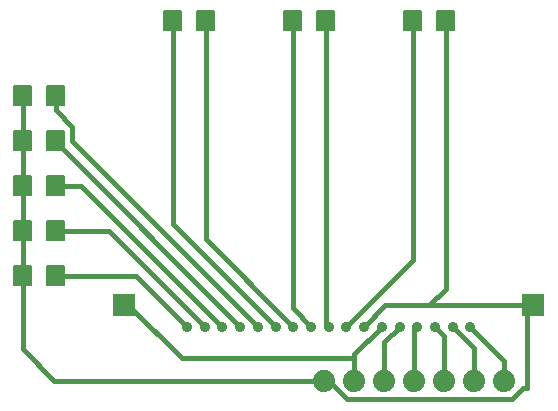
<source format=gtl>
G75*
%MOIN*%
%OFA0B0*%
%FSLAX25Y25*%
%IPPOS*%
%LPD*%
%AMOC8*
5,1,8,0,0,1.08239X$1,22.5*
%
%ADD10C,0.00630*%
%ADD11C,0.07400*%
%ADD12R,0.07677X0.07677*%
%ADD13C,0.03543*%
%ADD14C,0.01600*%
D10*
X0007654Y0049228D02*
X0013322Y0049228D01*
X0013322Y0042772D01*
X0007654Y0042772D01*
X0007654Y0049228D01*
X0007654Y0043401D02*
X0013322Y0043401D01*
X0013322Y0044030D02*
X0007654Y0044030D01*
X0007654Y0044659D02*
X0013322Y0044659D01*
X0013322Y0045288D02*
X0007654Y0045288D01*
X0007654Y0045917D02*
X0013322Y0045917D01*
X0013322Y0046546D02*
X0007654Y0046546D01*
X0007654Y0047175D02*
X0013322Y0047175D01*
X0013322Y0047804D02*
X0007654Y0047804D01*
X0007654Y0048433D02*
X0013322Y0048433D01*
X0013322Y0049062D02*
X0007654Y0049062D01*
X0018678Y0049228D02*
X0024346Y0049228D01*
X0024346Y0042772D01*
X0018678Y0042772D01*
X0018678Y0049228D01*
X0018678Y0043401D02*
X0024346Y0043401D01*
X0024346Y0044030D02*
X0018678Y0044030D01*
X0018678Y0044659D02*
X0024346Y0044659D01*
X0024346Y0045288D02*
X0018678Y0045288D01*
X0018678Y0045917D02*
X0024346Y0045917D01*
X0024346Y0046546D02*
X0018678Y0046546D01*
X0018678Y0047175D02*
X0024346Y0047175D01*
X0024346Y0047804D02*
X0018678Y0047804D01*
X0018678Y0048433D02*
X0024346Y0048433D01*
X0024346Y0049062D02*
X0018678Y0049062D01*
X0018678Y0064228D02*
X0024346Y0064228D01*
X0024346Y0057772D01*
X0018678Y0057772D01*
X0018678Y0064228D01*
X0018678Y0058401D02*
X0024346Y0058401D01*
X0024346Y0059030D02*
X0018678Y0059030D01*
X0018678Y0059659D02*
X0024346Y0059659D01*
X0024346Y0060288D02*
X0018678Y0060288D01*
X0018678Y0060917D02*
X0024346Y0060917D01*
X0024346Y0061546D02*
X0018678Y0061546D01*
X0018678Y0062175D02*
X0024346Y0062175D01*
X0024346Y0062804D02*
X0018678Y0062804D01*
X0018678Y0063433D02*
X0024346Y0063433D01*
X0024346Y0064062D02*
X0018678Y0064062D01*
X0013322Y0064228D02*
X0007654Y0064228D01*
X0013322Y0064228D02*
X0013322Y0057772D01*
X0007654Y0057772D01*
X0007654Y0064228D01*
X0007654Y0058401D02*
X0013322Y0058401D01*
X0013322Y0059030D02*
X0007654Y0059030D01*
X0007654Y0059659D02*
X0013322Y0059659D01*
X0013322Y0060288D02*
X0007654Y0060288D01*
X0007654Y0060917D02*
X0013322Y0060917D01*
X0013322Y0061546D02*
X0007654Y0061546D01*
X0007654Y0062175D02*
X0013322Y0062175D01*
X0013322Y0062804D02*
X0007654Y0062804D01*
X0007654Y0063433D02*
X0013322Y0063433D01*
X0013322Y0064062D02*
X0007654Y0064062D01*
X0007654Y0079228D02*
X0013322Y0079228D01*
X0013322Y0072772D01*
X0007654Y0072772D01*
X0007654Y0079228D01*
X0007654Y0073401D02*
X0013322Y0073401D01*
X0013322Y0074030D02*
X0007654Y0074030D01*
X0007654Y0074659D02*
X0013322Y0074659D01*
X0013322Y0075288D02*
X0007654Y0075288D01*
X0007654Y0075917D02*
X0013322Y0075917D01*
X0013322Y0076546D02*
X0007654Y0076546D01*
X0007654Y0077175D02*
X0013322Y0077175D01*
X0013322Y0077804D02*
X0007654Y0077804D01*
X0007654Y0078433D02*
X0013322Y0078433D01*
X0013322Y0079062D02*
X0007654Y0079062D01*
X0018678Y0079228D02*
X0024346Y0079228D01*
X0024346Y0072772D01*
X0018678Y0072772D01*
X0018678Y0079228D01*
X0018678Y0073401D02*
X0024346Y0073401D01*
X0024346Y0074030D02*
X0018678Y0074030D01*
X0018678Y0074659D02*
X0024346Y0074659D01*
X0024346Y0075288D02*
X0018678Y0075288D01*
X0018678Y0075917D02*
X0024346Y0075917D01*
X0024346Y0076546D02*
X0018678Y0076546D01*
X0018678Y0077175D02*
X0024346Y0077175D01*
X0024346Y0077804D02*
X0018678Y0077804D01*
X0018678Y0078433D02*
X0024346Y0078433D01*
X0024346Y0079062D02*
X0018678Y0079062D01*
X0018678Y0094228D02*
X0024346Y0094228D01*
X0024346Y0087772D01*
X0018678Y0087772D01*
X0018678Y0094228D01*
X0018678Y0088401D02*
X0024346Y0088401D01*
X0024346Y0089030D02*
X0018678Y0089030D01*
X0018678Y0089659D02*
X0024346Y0089659D01*
X0024346Y0090288D02*
X0018678Y0090288D01*
X0018678Y0090917D02*
X0024346Y0090917D01*
X0024346Y0091546D02*
X0018678Y0091546D01*
X0018678Y0092175D02*
X0024346Y0092175D01*
X0024346Y0092804D02*
X0018678Y0092804D01*
X0018678Y0093433D02*
X0024346Y0093433D01*
X0024346Y0094062D02*
X0018678Y0094062D01*
X0013322Y0094228D02*
X0007654Y0094228D01*
X0013322Y0094228D02*
X0013322Y0087772D01*
X0007654Y0087772D01*
X0007654Y0094228D01*
X0007654Y0088401D02*
X0013322Y0088401D01*
X0013322Y0089030D02*
X0007654Y0089030D01*
X0007654Y0089659D02*
X0013322Y0089659D01*
X0013322Y0090288D02*
X0007654Y0090288D01*
X0007654Y0090917D02*
X0013322Y0090917D01*
X0013322Y0091546D02*
X0007654Y0091546D01*
X0007654Y0092175D02*
X0013322Y0092175D01*
X0013322Y0092804D02*
X0007654Y0092804D01*
X0007654Y0093433D02*
X0013322Y0093433D01*
X0013322Y0094062D02*
X0007654Y0094062D01*
X0007654Y0109228D02*
X0013322Y0109228D01*
X0013322Y0102772D01*
X0007654Y0102772D01*
X0007654Y0109228D01*
X0007654Y0103401D02*
X0013322Y0103401D01*
X0013322Y0104030D02*
X0007654Y0104030D01*
X0007654Y0104659D02*
X0013322Y0104659D01*
X0013322Y0105288D02*
X0007654Y0105288D01*
X0007654Y0105917D02*
X0013322Y0105917D01*
X0013322Y0106546D02*
X0007654Y0106546D01*
X0007654Y0107175D02*
X0013322Y0107175D01*
X0013322Y0107804D02*
X0007654Y0107804D01*
X0007654Y0108433D02*
X0013322Y0108433D01*
X0013322Y0109062D02*
X0007654Y0109062D01*
X0018678Y0109228D02*
X0024346Y0109228D01*
X0024346Y0102772D01*
X0018678Y0102772D01*
X0018678Y0109228D01*
X0018678Y0103401D02*
X0024346Y0103401D01*
X0024346Y0104030D02*
X0018678Y0104030D01*
X0018678Y0104659D02*
X0024346Y0104659D01*
X0024346Y0105288D02*
X0018678Y0105288D01*
X0018678Y0105917D02*
X0024346Y0105917D01*
X0024346Y0106546D02*
X0018678Y0106546D01*
X0018678Y0107175D02*
X0024346Y0107175D01*
X0024346Y0107804D02*
X0018678Y0107804D01*
X0018678Y0108433D02*
X0024346Y0108433D01*
X0024346Y0109062D02*
X0018678Y0109062D01*
X0057654Y0134228D02*
X0063322Y0134228D01*
X0063322Y0127772D01*
X0057654Y0127772D01*
X0057654Y0134228D01*
X0057654Y0128401D02*
X0063322Y0128401D01*
X0063322Y0129030D02*
X0057654Y0129030D01*
X0057654Y0129659D02*
X0063322Y0129659D01*
X0063322Y0130288D02*
X0057654Y0130288D01*
X0057654Y0130917D02*
X0063322Y0130917D01*
X0063322Y0131546D02*
X0057654Y0131546D01*
X0057654Y0132175D02*
X0063322Y0132175D01*
X0063322Y0132804D02*
X0057654Y0132804D01*
X0057654Y0133433D02*
X0063322Y0133433D01*
X0063322Y0134062D02*
X0057654Y0134062D01*
X0068678Y0134228D02*
X0074346Y0134228D01*
X0074346Y0127772D01*
X0068678Y0127772D01*
X0068678Y0134228D01*
X0068678Y0128401D02*
X0074346Y0128401D01*
X0074346Y0129030D02*
X0068678Y0129030D01*
X0068678Y0129659D02*
X0074346Y0129659D01*
X0074346Y0130288D02*
X0068678Y0130288D01*
X0068678Y0130917D02*
X0074346Y0130917D01*
X0074346Y0131546D02*
X0068678Y0131546D01*
X0068678Y0132175D02*
X0074346Y0132175D01*
X0074346Y0132804D02*
X0068678Y0132804D01*
X0068678Y0133433D02*
X0074346Y0133433D01*
X0074346Y0134062D02*
X0068678Y0134062D01*
X0097654Y0134228D02*
X0103322Y0134228D01*
X0103322Y0127772D01*
X0097654Y0127772D01*
X0097654Y0134228D01*
X0097654Y0128401D02*
X0103322Y0128401D01*
X0103322Y0129030D02*
X0097654Y0129030D01*
X0097654Y0129659D02*
X0103322Y0129659D01*
X0103322Y0130288D02*
X0097654Y0130288D01*
X0097654Y0130917D02*
X0103322Y0130917D01*
X0103322Y0131546D02*
X0097654Y0131546D01*
X0097654Y0132175D02*
X0103322Y0132175D01*
X0103322Y0132804D02*
X0097654Y0132804D01*
X0097654Y0133433D02*
X0103322Y0133433D01*
X0103322Y0134062D02*
X0097654Y0134062D01*
X0108678Y0134228D02*
X0114346Y0134228D01*
X0114346Y0127772D01*
X0108678Y0127772D01*
X0108678Y0134228D01*
X0108678Y0128401D02*
X0114346Y0128401D01*
X0114346Y0129030D02*
X0108678Y0129030D01*
X0108678Y0129659D02*
X0114346Y0129659D01*
X0114346Y0130288D02*
X0108678Y0130288D01*
X0108678Y0130917D02*
X0114346Y0130917D01*
X0114346Y0131546D02*
X0108678Y0131546D01*
X0108678Y0132175D02*
X0114346Y0132175D01*
X0114346Y0132804D02*
X0108678Y0132804D01*
X0108678Y0133433D02*
X0114346Y0133433D01*
X0114346Y0134062D02*
X0108678Y0134062D01*
X0137654Y0127772D02*
X0143322Y0127772D01*
X0137654Y0127772D02*
X0137654Y0134228D01*
X0143322Y0134228D01*
X0143322Y0127772D01*
X0143322Y0128401D02*
X0137654Y0128401D01*
X0137654Y0129030D02*
X0143322Y0129030D01*
X0143322Y0129659D02*
X0137654Y0129659D01*
X0137654Y0130288D02*
X0143322Y0130288D01*
X0143322Y0130917D02*
X0137654Y0130917D01*
X0137654Y0131546D02*
X0143322Y0131546D01*
X0143322Y0132175D02*
X0137654Y0132175D01*
X0137654Y0132804D02*
X0143322Y0132804D01*
X0143322Y0133433D02*
X0137654Y0133433D01*
X0137654Y0134062D02*
X0143322Y0134062D01*
X0148678Y0127772D02*
X0154346Y0127772D01*
X0148678Y0127772D02*
X0148678Y0134228D01*
X0154346Y0134228D01*
X0154346Y0127772D01*
X0154346Y0128401D02*
X0148678Y0128401D01*
X0148678Y0129030D02*
X0154346Y0129030D01*
X0154346Y0129659D02*
X0148678Y0129659D01*
X0148678Y0130288D02*
X0154346Y0130288D01*
X0154346Y0130917D02*
X0148678Y0130917D01*
X0148678Y0131546D02*
X0154346Y0131546D01*
X0154346Y0132175D02*
X0148678Y0132175D01*
X0148678Y0132804D02*
X0154346Y0132804D01*
X0154346Y0133433D02*
X0148678Y0133433D01*
X0148678Y0134062D02*
X0154346Y0134062D01*
D11*
X0151000Y0011000D03*
X0141000Y0011000D03*
X0131000Y0011000D03*
X0121000Y0011000D03*
X0111000Y0011000D03*
X0161000Y0011000D03*
X0171000Y0011000D03*
D12*
X0180606Y0036039D03*
X0044386Y0036039D03*
D13*
X0065252Y0028953D03*
X0071157Y0028953D03*
X0077063Y0028953D03*
X0082969Y0028953D03*
X0088874Y0028953D03*
X0094780Y0028953D03*
X0100685Y0028953D03*
X0106591Y0028953D03*
X0112496Y0028953D03*
X0118402Y0028953D03*
X0124307Y0028953D03*
X0130213Y0028953D03*
X0136118Y0028953D03*
X0142024Y0028953D03*
X0147929Y0028953D03*
X0153835Y0028953D03*
X0159740Y0028953D03*
D14*
X0111000Y0011000D02*
X0021000Y0011000D01*
X0010488Y0021512D01*
X0010488Y0046000D01*
X0010488Y0061000D01*
X0010488Y0076000D01*
X0010488Y0091000D01*
X0010488Y0106000D01*
X0021512Y0106000D02*
X0021512Y0101045D01*
X0027031Y0095525D01*
X0027031Y0090795D01*
X0088874Y0028953D01*
X0094780Y0028953D02*
X0060488Y0063244D01*
X0060488Y0131000D01*
X0071512Y0131000D02*
X0071512Y0058126D01*
X0100685Y0028953D01*
X0106591Y0028953D02*
X0100488Y0035055D01*
X0100488Y0131000D01*
X0111512Y0131000D02*
X0111512Y0029937D01*
X0112496Y0028953D01*
X0118402Y0028953D02*
X0140488Y0051039D01*
X0140488Y0131000D01*
X0151512Y0131000D02*
X0151512Y0041551D01*
X0146000Y0036039D01*
X0131394Y0036039D01*
X0124307Y0028953D01*
X0130213Y0028953D02*
X0121000Y0019740D01*
X0121000Y0018500D01*
X0063500Y0018500D01*
X0046000Y0036000D01*
X0044386Y0036039D01*
X0048205Y0046000D02*
X0065252Y0028953D01*
X0071157Y0028953D02*
X0039110Y0061000D01*
X0021512Y0061000D01*
X0021512Y0076000D02*
X0030016Y0076000D01*
X0077063Y0028953D01*
X0082969Y0028953D02*
X0021512Y0090409D01*
X0021512Y0091000D01*
X0021512Y0046000D02*
X0048205Y0046000D01*
X0111000Y0011000D02*
X0112416Y0011000D01*
X0118486Y0004930D01*
X0173514Y0004930D01*
X0177084Y0008500D01*
X0178500Y0008500D01*
X0178500Y0036000D01*
X0180606Y0036039D01*
X0146000Y0036039D01*
X0147929Y0028953D02*
X0151000Y0025882D01*
X0151000Y0011000D01*
X0141000Y0011000D02*
X0141000Y0027929D01*
X0142024Y0028953D01*
X0136118Y0028953D02*
X0131000Y0023835D01*
X0131000Y0011000D01*
X0121000Y0011000D02*
X0121000Y0018500D01*
X0121000Y0011000D02*
X0119584Y0011000D01*
X0153835Y0028953D02*
X0161000Y0021787D01*
X0161000Y0011000D01*
X0171000Y0011000D02*
X0171000Y0017693D01*
X0159740Y0028953D01*
M02*

</source>
